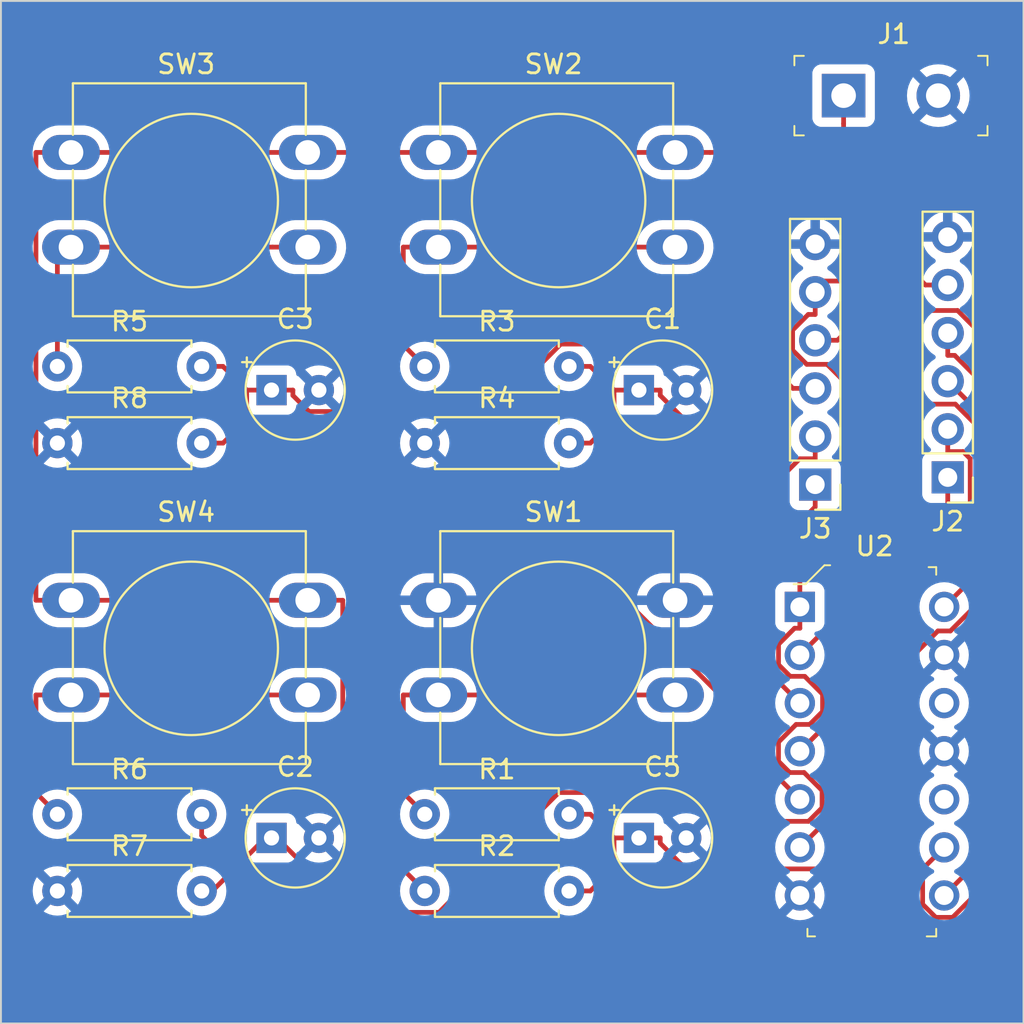
<source format=kicad_pcb>
(kicad_pcb (version 20221018) (generator pcbnew)
  (layers (0 "F.Cu" signal) (31 "B.Cu" power) (34 "B.Paste" user) (35 "F.Paste" user) (36 "B.SilkS" user "B.Silkscreen") (37 "F.SilkS" user "F.Silkscreen") (38 "B.Mask" user) (39 "F.Mask" user) (44 "Edge.Cuts" user))
  (net 0 "")
  (net 1 "GND")
  (net 2 "+5V")
  (net 3 "/SW1")
  (net 4 "/SW2")
  (net 5 "/SW3")
  (net 6 "/SW4")
  (net 9 "Net-(J2-Pin_3)")
  (net 10 "Net-(J2-Pin_1)")
  (net 11 "Net-(J2-Pin_4)")
  (net 12 "Net-(R1-Pad1)")
  (net 13 "Net-(R3-Pad1)")
  (net 14 "Net-(R5-Pad1)")
  (net 15 "Net-(R6-Pad1)")
  (net 16 "Net-(J2-Pin_2)")
  (footprint "Resistor_THT:R_Axial_DIN0207_L6.3mm_D2.5mm_P7.62mm_Horizontal" (layer "F.Cu") (at 73.38 92.95)
    (fp_text reference "R1" (at 3.81 -2.37) (layer "F.SilkS"))
    (fp_text value "10k")
    (fp_line (start 0.54 -1.37) (end 7.08 -1.37) (stroke (width 0.12)) (layer "F.SilkS"))
    (fp_line (start 0.54 -1.04) (end 0.54 -1.37) (stroke (width 0.12)) (layer "F.SilkS"))
    (fp_line (start 0.54 1.04) (end 0.54 1.37) (stroke (width 0.12)) (layer "F.SilkS"))
    (fp_line (start 0.54 1.37) (end 7.08 1.37) (stroke (width 0.12)) (layer "F.SilkS"))
    (fp_line (start 7.08 -1.37) (end 7.08 -1.04) (stroke (width 0.12)) (layer "F.SilkS"))
    (fp_line (start 7.08 1.37) (end 7.08 1.04) (stroke (width 0.12)) (layer "F.SilkS"))
    (pad "1" thru_hole circle (at 0 0) (size 1.6 1.6) (drill 0.8) (layers "*.Cu" "*.Mask") (net 12 "Net-(R1-Pad1)"))
    (pad "2" thru_hole oval (at 7.62 0) (size 1.6 1.6) (drill 0.8) (layers "*.Cu" "*.Mask") (net 6 "/SW4"))
  )
  (footprint "Connector_PinHeader_2.54mm:PinHeader_1x06_P2.54mm_Vertical" (layer "F.Cu") (at 101 75.16 180)
    (fp_text reference "J2" (at 0 -2.33) (layer "F.SilkS"))
    (fp_text value "Conn_01x06")
    (fp_line (start -1.33 -1.33) (end 0 -1.33) (stroke (width 0.12)) (layer "F.SilkS"))
    (fp_line (start -1.33 0) (end -1.33 -1.33) (stroke (width 0.12)) (layer "F.SilkS"))
    (fp_line (start -1.33 1.27) (end -1.33 14.03) (stroke (width 0.12)) (layer "F.SilkS"))
    (fp_line (start -1.33 1.27) (end 1.33 1.27) (stroke (width 0.12)) (layer "F.SilkS"))
    (fp_line (start -1.33 14.03) (end 1.33 14.03) (stroke (width 0.12)) (layer "F.SilkS"))
    (fp_line (start 1.33 1.27) (end 1.33 14.03) (stroke (width 0.12)) (layer "F.SilkS"))
    (pad "1" thru_hole rect (at 0 0 180) (size 1.7 1.7) (drill 1) (layers "*.Cu" "*.Mask") (net 10 "Net-(J2-Pin_1)"))
    (pad "2" thru_hole oval (at 0 2.54 180) (size 1.7 1.7) (drill 1) (layers "*.Cu" "*.Mask") (net 16 "Net-(J2-Pin_2)"))
    (pad "3" thru_hole oval (at 0 5.08 180) (size 1.7 1.7) (drill 1) (layers "*.Cu" "*.Mask") (net 9 "Net-(J2-Pin_3)"))
    (pad "4" thru_hole oval (at 0 7.62 180) (size 1.7 1.7) (drill 1) (layers "*.Cu" "*.Mask") (net 11 "Net-(J2-Pin_4)"))
    (pad "5" thru_hole oval (at 0 10.16 180) (size 1.7 1.7) (drill 1) (layers "*.Cu" "*.Mask") (net 2 "+5V"))
    (pad "6" thru_hole oval (at 0 12.7 180) (size 1.7 1.7) (drill 1) (layers "*.Cu" "*.Mask") (net 1 "GND"))
  )
  (footprint "Connector_PinHeader_2.54mm:PinHeader_1x06_P2.54mm_Vertical" (layer "F.Cu") (at 94 75.54 180)
    (fp_text reference "J3" (at 0 -2.33) (layer "F.SilkS"))
    (fp_text value "Conn_01x06" hide)
    (fp_line (start -1.33 -1.33) (end 0 -1.33) (stroke (width 0.12)) (layer "F.SilkS"))
    (fp_line (start -1.33 0) (end -1.33 -1.33) (stroke (width 0.12)) (layer "F.SilkS"))
    (fp_line (start -1.33 1.27) (end -1.33 14.03) (stroke (width 0.12)) (layer "F.SilkS"))
    (fp_line (start -1.33 1.27) (end 1.33 1.27) (stroke (width 0.12)) (layer "F.SilkS"))
    (fp_line (start -1.33 14.03) (end 1.33 14.03) (stroke (width 0.12)) (layer "F.SilkS"))
    (fp_line (start 1.33 1.27) (end 1.33 14.03) (stroke (width 0.12)) (layer "F.SilkS"))
    (pad "1" thru_hole rect (at 0 0 180) (size 1.7 1.7) (drill 1) (layers "*.Cu" "*.Mask") (net 3 "/SW1"))
    (pad "2" thru_hole oval (at 0 2.54 180) (size 1.7 1.7) (drill 1) (layers "*.Cu" "*.Mask") (net 4 "/SW2"))
    (pad "3" thru_hole oval (at 0 5.08 180) (size 1.7 1.7) (drill 1) (layers "*.Cu" "*.Mask") (net 5 "/SW3"))
    (pad "4" thru_hole oval (at 0 7.62 180) (size 1.7 1.7) (drill 1) (layers "*.Cu" "*.Mask") (net 6 "/SW4"))
    (pad "5" thru_hole oval (at 0 10.16 180) (size 1.7 1.7) (drill 1) (layers "*.Cu" "*.Mask") (net 2 "+5V"))
    (pad "6" thru_hole oval (at 0 12.7 180) (size 1.7 1.7) (drill 1) (layers "*.Cu" "*.Mask") (net 1 "GND"))
  )
  (footprint "Resistor_THT:R_Axial_DIN0207_L6.3mm_D2.5mm_P7.62mm_Horizontal" (layer "F.Cu") (at 73.38 97)
    (fp_text reference "R2" (at 3.81 -2.37) (layer "F.SilkS"))
    (fp_text value "100k")
    (fp_line (start 0.54 -1.37) (end 7.08 -1.37) (stroke (width 0.12)) (layer "F.SilkS"))
    (fp_line (start 0.54 -1.04) (end 0.54 -1.37) (stroke (width 0.12)) (layer "F.SilkS"))
    (fp_line (start 0.54 1.04) (end 0.54 1.37) (stroke (width 0.12)) (layer "F.SilkS"))
    (fp_line (start 0.54 1.37) (end 7.08 1.37) (stroke (width 0.12)) (layer "F.SilkS"))
    (fp_line (start 7.08 -1.37) (end 7.08 -1.04) (stroke (width 0.12)) (layer "F.SilkS"))
    (fp_line (start 7.08 1.37) (end 7.08 1.04) (stroke (width 0.12)) (layer "F.SilkS"))
    (pad "1" thru_hole circle (at 0 0) (size 1.6 1.6) (drill 0.8) (layers "*.Cu" "*.Mask") (net 2 "+5V"))
    (pad "2" thru_hole oval (at 7.62 0) (size 1.6 1.6) (drill 0.8) (layers "*.Cu" "*.Mask") (net 6 "/SW4"))
  )
  (footprint "Capacitor_THT:CP_Radial_Tantal_D5.0mm_P2.50mm" (layer "F.Cu") (at 65.2898 70.55)
    (fp_text reference "C3" (at 1.25 -3.75) (layer "F.SilkS"))
    (fp_text value "1uF")
    (fp_line (start -1.554775 -1.475) (end -1.054775 -1.475) (stroke (width 0.12)) (layer "F.SilkS"))
    (fp_line (start -1.304775 -1.725) (end -1.304775 -1.225) (stroke (width 0.12)) (layer "F.SilkS"))
    (fp_circle (center 1.25 0) (end 3.87 0) (stroke (width 0.12)) (fill none) (layer "F.SilkS"))
    (pad "1" thru_hole rect (at 0 0) (size 1.6 1.6) (drill 0.8) (layers "*.Cu" "*.Mask") (net 5 "/SW3"))
    (pad "2" thru_hole circle (at 2.5 0) (size 1.6 1.6) (drill 0.8) (layers "*.Cu" "*.Mask") (net 1 "GND"))
  )
  (footprint "Button_Switch_THT:SW_PUSH-12mm" (layer "F.Cu") (at 74.1 81.65)
    (fp_text reference "SW1" (at 6.08 -4.66) (layer "F.SilkS"))
    (fp_text value "SW_Push")
    (fp_line (start 0.1 -3.65) (end 12.4 -3.65) (stroke (width 0.12)) (layer "F.SilkS"))
    (fp_line (start 0.1 -0.93) (end 0.1 -3.65) (stroke (width 0.12)) (layer "F.SilkS"))
    (fp_line (start 0.1 4.07) (end 0.1 0.93) (stroke (width 0.12)) (layer "F.SilkS"))
    (fp_line (start 0.1 8.65) (end 0.1 5.93) (stroke (width 0.12)) (layer "F.SilkS"))
    (fp_line (start 12.4 -3.65) (end 12.4 -0.93) (stroke (width 0.12)) (layer "F.SilkS"))
    (fp_line (start 12.4 0.93) (end 12.4 4.07) (stroke (width 0.12)) (layer "F.SilkS"))
    (fp_line (start 12.4 5.93) (end 12.4 8.65) (stroke (width 0.12)) (layer "F.SilkS"))
    (fp_line (start 12.4 8.65) (end 0.1 8.65) (stroke (width 0.12)) (layer "F.SilkS"))
    (fp_circle (center 6.35 2.54) (end 10.16 5.08) (stroke (width 0.12)) (fill none) (layer "F.SilkS"))
    (pad "1" thru_hole oval (at 0 0) (size 3.048 1.85) (drill 1.3) (layers "*.Cu" "*.Mask") (net 1 "GND"))
    (pad "1" thru_hole oval (at 12.5 0) (size 3.048 1.85) (drill 1.3) (layers "*.Cu" "*.Mask") (net 1 "GND"))
    (pad "2" thru_hole oval (at 0 5) (size 3.048 1.85) (drill 1.3) (layers "*.Cu" "*.Mask") (net 12 "Net-(R1-Pad1)"))
    (pad "2" thru_hole oval (at 12.5 5) (size 3.048 1.85) (drill 1.3) (layers "*.Cu" "*.Mask") (net 12 "Net-(R1-Pad1)"))
  )
  (footprint "Resistor_THT:R_Axial_DIN0207_L6.3mm_D2.5mm_P7.62mm_Horizontal" (layer "F.Cu") (at 73.38 73.35)
    (fp_text reference "R4" (at 3.81 -2.37) (layer "F.SilkS"))
    (fp_text value "100k")
    (fp_line (start 0.54 -1.37) (end 7.08 -1.37) (stroke (width 0.12)) (layer "F.SilkS"))
    (fp_line (start 0.54 -1.04) (end 0.54 -1.37) (stroke (width 0.12)) (layer "F.SilkS"))
    (fp_line (start 0.54 1.04) (end 0.54 1.37) (stroke (width 0.12)) (layer "F.SilkS"))
    (fp_line (start 0.54 1.37) (end 7.08 1.37) (stroke (width 0.12)) (layer "F.SilkS"))
    (fp_line (start 7.08 -1.37) (end 7.08 -1.04) (stroke (width 0.12)) (layer "F.SilkS"))
    (fp_line (start 7.08 1.37) (end 7.08 1.04) (stroke (width 0.12)) (layer "F.SilkS"))
    (pad "1" thru_hole circle (at 0 0) (size 1.6 1.6) (drill 0.8) (layers "*.Cu" "*.Mask") (net 1 "GND"))
    (pad "2" thru_hole oval (at 7.62 0) (size 1.6 1.6) (drill 0.8) (layers "*.Cu" "*.Mask") (net 4 "/SW2"))
  )
  (footprint "Resistor_THT:R_Axial_DIN0207_L6.3mm_D2.5mm_P7.62mm_Horizontal" (layer "F.Cu") (at 53.98 92.95)
    (fp_text reference "R6" (at 3.81 -2.37) (layer "F.SilkS"))
    (fp_text value "10k")
    (fp_line (start 0.54 -1.37) (end 7.08 -1.37) (stroke (width 0.12)) (layer "F.SilkS"))
    (fp_line (start 0.54 -1.04) (end 0.54 -1.37) (stroke (width 0.12)) (layer "F.SilkS"))
    (fp_line (start 0.54 1.04) (end 0.54 1.37) (stroke (width 0.12)) (layer "F.SilkS"))
    (fp_line (start 0.54 1.37) (end 7.08 1.37) (stroke (width 0.12)) (layer "F.SilkS"))
    (fp_line (start 7.08 -1.37) (end 7.08 -1.04) (stroke (width 0.12)) (layer "F.SilkS"))
    (fp_line (start 7.08 1.37) (end 7.08 1.04) (stroke (width 0.12)) (layer "F.SilkS"))
    (pad "1" thru_hole circle (at 0 0) (size 1.6 1.6) (drill 0.8) (layers "*.Cu" "*.Mask") (net 15 "Net-(R6-Pad1)"))
    (pad "2" thru_hole oval (at 7.62 0) (size 1.6 1.6) (drill 0.8) (layers "*.Cu" "*.Mask") (net 3 "/SW1"))
  )
  (footprint "digikey-footprints:Terminal_Block_D1.3mm_P5mm" (layer "F.Cu") (at 95.5 55)
    (fp_text reference "J1" (at 2.65 -3.25) (layer "F.SilkS"))
    (fp_text value "1935161")
    (fp_line (start -2.6 -2.1) (end -2.6 -1.6) (stroke (width 0.1)) (layer "F.SilkS"))
    (fp_line (start -2.6 -2.1) (end -2.1 -2.1) (stroke (width 0.1)) (layer "F.SilkS"))
    (fp_line (start -2.6 2.1) (end -2.6 1.6) (stroke (width 0.1)) (layer "F.SilkS"))
    (fp_line (start -2.6 2.1) (end -2.1 2.1) (stroke (width 0.1)) (layer "F.SilkS"))
    (fp_line (start 7.6 -2.1) (end 7.1 -2.1) (stroke (width 0.1)) (layer "F.SilkS"))
    (fp_line (start 7.6 -2.1) (end 7.6 -1.6) (stroke (width 0.1)) (layer "F.SilkS"))
    (fp_line (start 7.6 2.1) (end 7.1 2.1) (stroke (width 0.1)) (layer "F.SilkS"))
    (fp_line (start 7.6 2.1) (end 7.6 1.6) (stroke (width 0.1)) (layer "F.SilkS"))
    (pad "1" thru_hole rect (at 0 0) (size 2.3 2.3) (drill 1.3) (layers "*.Cu" "*.Mask") (net 2 "+5V"))
    (pad "2" thru_hole circle (at 5 0) (size 2.3 2.3) (drill 1.3) (layers "*.Cu" "*.Mask") (net 1 "GND"))
  )
  (footprint "Button_Switch_THT:SW_PUSH-12mm" (layer "F.Cu") (at 74.1 58)
    (fp_text reference "SW2" (at 6.08 -4.66) (layer "F.SilkS"))
    (fp_text value "SW_Push")
    (fp_line (start 0.1 -3.65) (end 12.4 -3.65) (stroke (width 0.12)) (layer "F.SilkS"))
    (fp_line (start 0.1 -0.93) (end 0.1 -3.65) (stroke (width 0.12)) (layer "F.SilkS"))
    (fp_line (start 0.1 4.07) (end 0.1 0.93) (stroke (width 0.12)) (layer "F.SilkS"))
    (fp_line (start 0.1 8.65) (end 0.1 5.93) (stroke (width 0.12)) (layer "F.SilkS"))
    (fp_line (start 12.4 -3.65) (end 12.4 -0.93) (stroke (width 0.12)) (layer "F.SilkS"))
    (fp_line (start 12.4 0.93) (end 12.4 4.07) (stroke (width 0.12)) (layer "F.SilkS"))
    (fp_line (start 12.4 5.93) (end 12.4 8.65) (stroke (width 0.12)) (layer "F.SilkS"))
    (fp_line (start 12.4 8.65) (end 0.1 8.65) (stroke (width 0.12)) (layer "F.SilkS"))
    (fp_circle (center 6.35 2.54) (end 10.16 5.08) (stroke (width 0.12)) (fill none) (layer "F.SilkS"))
    (pad "1" thru_hole oval (at 0 0) (size 3.048 1.85) (drill 1.3) (layers "*.Cu" "*.Mask") (net 2 "+5V"))
    (pad "1" thru_hole oval (at 12.5 0) (size 3.048 1.85) (drill 1.3) (layers "*.Cu" "*.Mask") (net 2 "+5V"))
    (pad "2" thru_hole oval (at 0 5) (size 3.048 1.85) (drill 1.3) (layers "*.Cu" "*.Mask") (net 13 "Net-(R3-Pad1)"))
    (pad "2" thru_hole oval (at 12.5 5) (size 3.048 1.85) (drill 1.3) (layers "*.Cu" "*.Mask") (net 13 "Net-(R3-Pad1)"))
  )
  (footprint "Resistor_THT:R_Axial_DIN0207_L6.3mm_D2.5mm_P7.62mm_Horizontal" (layer "F.Cu") (at 53.98 69.3)
    (fp_text reference "R5" (at 3.81 -2.37) (layer "F.SilkS"))
    (fp_text value "10k")
    (fp_line (start 0.54 -1.37) (end 7.08 -1.37) (stroke (width 0.12)) (layer "F.SilkS"))
    (fp_line (start 0.54 -1.04) (end 0.54 -1.37) (stroke (width 0.12)) (layer "F.SilkS"))
    (fp_line (start 0.54 1.04) (end 0.54 1.37) (stroke (width 0.12)) (layer "F.SilkS"))
    (fp_line (start 0.54 1.37) (end 7.08 1.37) (stroke (width 0.12)) (layer "F.SilkS"))
    (fp_line (start 7.08 -1.37) (end 7.08 -1.04) (stroke (width 0.12)) (layer "F.SilkS"))
    (fp_line (start 7.08 1.37) (end 7.08 1.04) (stroke (width 0.12)) (layer "F.SilkS"))
    (pad "1" thru_hole circle (at 0 0) (size 1.6 1.6) (drill 0.8) (layers "*.Cu" "*.Mask") (net 14 "Net-(R5-Pad1)"))
    (pad "2" thru_hole oval (at 7.62 0) (size 1.6 1.6) (drill 0.8) (layers "*.Cu" "*.Mask") (net 5 "/SW3"))
  )
  (footprint "Resistor_THT:R_Axial_DIN0207_L6.3mm_D2.5mm_P7.62mm_Horizontal" (layer "F.Cu") (at 53.98 73.35)
    (fp_text reference "R8" (at 3.81 -2.37) (layer "F.SilkS"))
    (fp_text value "100k")
    (fp_line (start 0.54 -1.37) (end 7.08 -1.37) (stroke (width 0.12)) (layer "F.SilkS"))
    (fp_line (start 0.54 -1.04) (end 0.54 -1.37) (stroke (width 0.12)) (layer "F.SilkS"))
    (fp_line (start 0.54 1.04) (end 0.54 1.37) (stroke (width 0.12)) (layer "F.SilkS"))
    (fp_line (start 0.54 1.37) (end 7.08 1.37) (stroke (width 0.12)) (layer "F.SilkS"))
    (fp_line (start 7.08 -1.37) (end 7.08 -1.04) (stroke (width 0.12)) (layer "F.SilkS"))
    (fp_line (start 7.08 1.37) (end 7.08 1.04) (stroke (width 0.12)) (layer "F.SilkS"))
    (pad "1" thru_hole circle (at 0 0) (size 1.6 1.6) (drill 0.8) (layers "*.Cu" "*.Mask") (net 1 "GND"))
    (pad "2" thru_hole oval (at 7.62 0) (size 1.6 1.6) (drill 0.8) (layers "*.Cu" "*.Mask") (net 5 "/SW3"))
  )
  (footprint "Capacitor_THT:CP_Radial_Tantal_D5.0mm_P2.50mm" (layer "F.Cu") (at 84.6898 94.2)
    (fp_text reference "C5" (at 1.25 -3.75) (layer "F.SilkS"))
    (fp_text value "1uF")
    (fp_line (start -1.554775 -1.475) (end -1.054775 -1.475) (stroke (width 0.12)) (layer "F.SilkS"))
    (fp_line (start -1.304775 -1.725) (end -1.304775 -1.225) (stroke (width 0.12)) (layer "F.SilkS"))
    (fp_circle (center 1.25 0) (end 3.87 0) (stroke (width 0.12)) (fill none) (layer "F.SilkS"))
    (pad "1" thru_hole rect (at 0 0) (size 1.6 1.6) (drill 0.8) (layers "*.Cu" "*.Mask") (net 6 "/SW4"))
    (pad "2" thru_hole circle (at 2.5 0) (size 1.6 1.6) (drill 0.8) (layers "*.Cu" "*.Mask") (net 1 "GND"))
  )
  (footprint "Button_Switch_THT:SW_PUSH-12mm" (layer "F.Cu") (at 54.7 81.65)
    (fp_text reference "SW4" (at 6.08 -4.66) (layer "F.SilkS"))
    (fp_text value "SW_Push")
    (fp_line (start 0.1 -3.65) (end 12.4 -3.65) (stroke (width 0.12)) (layer "F.SilkS"))
    (fp_line (start 0.1 -0.93) (end 0.1 -3.65) (stroke (width 0.12)) (layer "F.SilkS"))
    (fp_line (start 0.1 4.07) (end 0.1 0.93) (stroke (width 0.12)) (layer "F.SilkS"))
    (fp_line (start 0.1 8.65) (end 0.1 5.93) (stroke (width 0.12)) (layer "F.SilkS"))
    (fp_line (start 12.4 -3.65) (end 12.4 -0.93) (stroke (width 0.12)) (layer "F.SilkS"))
    (fp_line (start 12.4 0.93) (end 12.4 4.07) (stroke (width 0.12)) (layer "F.SilkS"))
    (fp_line (start 12.4 5.93) (end 12.4 8.65) (stroke (width 0.12)) (layer "F.SilkS"))
    (fp_line (start 12.4 8.65) (end 0.1 8.65) (stroke (width 0.12)) (layer "F.SilkS"))
    (fp_circle (center 6.35 2.54) (end 10.16 5.08) (stroke (width 0.12)) (fill none) (layer "F.SilkS"))
    (pad "1" thru_hole oval (at 0 0) (size 3.048 1.85) (drill 1.3) (layers "*.Cu" "*.Mask") (net 2 "+5V"))
    (pad "1" thru_hole oval (at 12.5 0) (size 3.048 1.85) (drill 1.3) (layers "*.Cu" "*.Mask") (net 2 "+5V"))
    (pad "2" thru_hole oval (at 0 5) (size 3.048 1.85) (drill 1.3) (layers "*.Cu" "*.Mask") (net 15 "Net-(R6-Pad1)"))
    (pad "2" thru_hole oval (at 12.5 5) (size 3.048 1.85) (drill 1.3) (layers "*.Cu" "*.Mask") (net 15 "Net-(R6-Pad1)"))
  )
  (footprint "Button_Switch_THT:SW_PUSH-12mm" (layer "F.Cu") (at 54.7 58)
    (fp_text reference "SW3" (at 6.08 -4.66) (layer "F.SilkS"))
    (fp_text value "SW_Push")
    (fp_line (start 0.1 -3.65) (end 12.4 -3.65) (stroke (width 0.12)) (layer "F.SilkS"))
    (fp_line (start 0.1 -0.93) (end 0.1 -3.65) (stroke (width 0.12)) (layer "F.SilkS"))
    (fp_line (start 0.1 4.07) (end 0.1 0.93) (stroke (width 0.12)) (layer "F.SilkS"))
    (fp_line (start 0.1 8.65) (end 0.1 5.93) (stroke (width 0.12)) (layer "F.SilkS"))
    (fp_line (start 12.4 -3.65) (end 12.4 -0.93) (stroke (width 0.12)) (layer "F.SilkS"))
    (fp_line (start 12.4 0.93) (end 12.4 4.07) (stroke (width 0.12)) (layer "F.SilkS"))
    (fp_line (start 12.4 5.93) (end 12.4 8.65) (stroke (width 0.12)) (layer "F.SilkS"))
    (fp_line (start 12.4 8.65) (end 0.1 8.65) (stroke (width 0.12)) (layer "F.SilkS"))
    (fp_circle (center 6.35 2.54) (end 10.16 5.08) (stroke (width 0.12)) (fill none) (layer "F.SilkS"))
    (pad "1" thru_hole oval (at 0 0) (size 3.048 1.85) (drill 1.3) (layers "*.Cu" "*.Mask") (net 2 "+5V"))
    (pad "1" thru_hole oval (at 12.5 0) (size 3.048 1.85) (drill 1.3) (layers "*.Cu" "*.Mask") (net 2 "+5V"))
    (pad "2" thru_hole oval (at 0 5) (size 3.048 1.85) (drill 1.3) (layers "*.Cu" "*.Mask") (net 14 "Net-(R5-Pad1)"))
    (pad "2" thru_hole oval (at 12.5 5) (size 3.048 1.85) (drill 1.3) (layers "*.Cu" "*.Mask") (net 14 "Net-(R5-Pad1)"))
  )
  (footprint "digikey-footprints:DIP-14_W3mm" (layer "F.Cu") (at 93.19 82)
    (fp_text reference "U2" (at 3.94 -3.2) (layer "F.SilkS"))
    (fp_text value "SN74HC14N")
    (fp_line (start -0.08 -1.2) (end -0.33 -1.2) (stroke (width 0.1)) (layer "F.SilkS"))
    (fp_line (start 0.3 -1.2) (end -0.07 -1.2) (stroke (width 0.1)) (layer "F.SilkS"))
    (fp_line (start 0.4 17) (end 0.4 17.4) (stroke (width 0.1)) (layer "F.SilkS"))
    (fp_line (start 0.4 17.4) (end 0.8 17.4) (stroke (width 0.1)) (layer "F.SilkS"))
    (fp_line (start 1.3 -2.2) (end 0.3 -1.2) (stroke (width 0.1)) (layer "F.SilkS"))
    (fp_line (start 1.6 -2.2) (end 1.3 -2.2) (stroke (width 0.1)) (layer "F.SilkS"))
    (fp_line (start 6.7 17.4) (end 7.2 17.4) (stroke (width 0.1)) (layer "F.SilkS"))
    (fp_line (start 7.2 -2.1) (end 6.8 -2.1) (stroke (width 0.1)) (layer "F.SilkS"))
    (fp_line (start 7.2 -1.7) (end 7.2 -2.1) (stroke (width 0.1)) (layer "F.SilkS"))
    (fp_line (start 7.2 17.4) (end 7.2 17) (stroke (width 0.1)) (layer "F.SilkS"))
    (pad "1" thru_hole rect (at 0 0) (size 1.6 1.6) (drill 1) (layers "*.Cu" "*.Mask") (net 3 "/SW1"))
    (pad "2" thru_hole circle (at 0 2.54) (size 1.6 1.6) (drill 1) (layers "*.Cu" "*.Mask") (net 10 "Net-(J2-Pin_1)"))
    (pad "3" thru_hole circle (at 0 5.08) (size 1.6 1.6) (drill 1) (layers "*.Cu" "*.Mask") (net 4 "/SW2"))
    (pad "4" thru_hole circle (at 0 7.62) (size 1.6 1.6) (drill 1) (layers "*.Cu" "*.Mask") (net 16 "Net-(J2-Pin_2)"))
    (pad "5" thru_hole circle (at 0 10.16) (size 1.6 1.6) (drill 1) (layers "*.Cu" "*.Mask") (net 5 "/SW3"))
    (pad "6" thru_hole circle (at 0 12.7) (size 1.6 1.6) (drill 1) (layers "*.Cu" "*.Mask") (net 9 "Net-(J2-Pin_3)"))
    (pad "7" thru_hole circle (at 0 15.24) (size 1.6 1.6) (drill 1) (layers "*.Cu" "*.Mask") (net 1 "GND"))
    (pad "8" thru_hole circle (at 7.62 15.24) (size 1.6 1.6) (drill 1) (layers "*.Cu" "*.Mask") (net 11 "Net-(J2-Pin_4)"))
    (pad "9" thru_hole circle (at 7.62 12.7) (size 1.6 1.6) (drill 1) (layers "*.Cu" "*.Mask") (net 6 "/SW4"))
    (pad "10" thru_hole circle (at 7.62 10.16) (size 1.6 1.6) (drill 1) (layers "*.Cu" "*.Mask"))
    (pad "11" thru_hole circle (at 7.62 7.62) (size 1.6 1.6) (drill 1) (layers "*.Cu" "*.Mask") (net 1 "GND"))
    (pad "12" thru_hole circle (at 7.62 5.08) (size 1.6 1.6) (drill 1) (layers "*.Cu" "*.Mask"))
    (pad "13" thru_hole circle (at 7.62 2.54) (size 1.6 1.6) (drill 1) (layers "*.Cu" "*.Mask") (net 1 "GND"))
    (pad "14" thru_hole circle (at 7.62 0) (size 1.6 1.6) (drill 1) (layers "*.Cu" "*.Mask") (net 2 "+5V"))
  )
  (footprint "Capacitor_THT:CP_Radial_Tantal_D5.0mm_P2.50mm" (layer "F.Cu") (at 84.6898 70.55)
    (fp_text reference "C1" (at 1.25 -3.75) (layer "F.SilkS"))
    (fp_text value "1uF")
    (fp_line (start -1.554775 -1.475) (end -1.054775 -1.475) (stroke (width 0.12)) (layer "F.SilkS"))
    (fp_line (start -1.304775 -1.725) (end -1.304775 -1.225) (stroke (width 0.12)) (layer "F.SilkS"))
    (fp_circle (center 1.25 0) (end 3.87 0) (stroke (width 0.12)) (fill none) (layer "F.SilkS"))
    (pad "1" thru_hole rect (at 0 0) (size 1.6 1.6) (drill 0.8) (layers "*.Cu" "*.Mask") (net 4 "/SW2"))
    (pad "2" thru_hole circle (at 2.5 0) (size 1.6 1.6) (drill 0.8) (layers "*.Cu" "*.Mask") (net 1 "GND"))
  )
  (footprint "Resistor_THT:R_Axial_DIN0207_L6.3mm_D2.5mm_P7.62mm_Horizontal" (layer "F.Cu") (at 53.98 97)
    (fp_text reference "R7" (at 3.81 -2.37) (layer "F.SilkS"))
    (fp_text value "100k")
    (fp_line (start 0.54 -1.37) (end 7.08 -1.37) (stroke (width 0.12)) (layer "F.SilkS"))
    (fp_line (start 0.54 -1.04) (end 0.54 -1.37) (stroke (width 0.12)) (layer "F.SilkS"))
    (fp_line (start 0.54 1.04) (end 0.54 1.37) (stroke (width 0.12)) (layer "F.SilkS"))
    (fp_line (start 0.54 1.37) (end 7.08 1.37) (stroke (width 0.12)) (layer "F.SilkS"))
    (fp_line (start 7.08 -1.37) (end 7.08 -1.04) (stroke (width 0.12)) (layer "F.SilkS"))
    (fp_line (start 7.08 1.37) (end 7.08 1.04) (stroke (width 0.12)) (layer "F.SilkS"))
    (pad "1" thru_hole circle (at 0 0) (size 1.6 1.6) (drill 0.8) (layers "*.Cu" "*.Mask") (net 1 "GND"))
    (pad "2" thru_hole oval (at 7.62 0) (size 1.6 1.6) (drill 0.8) (layers "*.Cu" "*.Mask") (net 3 "/SW1"))
  )
  (footprint "Capacitor_THT:CP_Radial_Tantal_D5.0mm_P2.50mm" (layer "F.Cu") (at 65.2898 94.2)
    (fp_text reference "C2" (at 1.25 -3.75) (layer "F.SilkS"))
    (fp_text value "1uF")
    (fp_line (start -1.554775 -1.475) (end -1.054775 -1.475) (stroke (width 0.12)) (layer "F.SilkS"))
    (fp_line (start -1.304775 -1.725) (end -1.304775 -1.225) (stroke (width 0.12)) (layer "F.SilkS"))
    (fp_circle (center 1.25 0) (end 3.87 0) (stroke (width 0.12)) (fill none) (layer "F.SilkS"))
    (pad "1" thru_hole rect (at 0 0) (size 1.6 1.6) (drill 0.8) (layers "*.Cu" "*.Mask") (net 3 "/SW1"))
    (pad "2" thru_hole circle (at 2.5 0) (size 1.6 1.6) (drill 0.8) (layers "*.Cu" "*.Mask") (net 1 "GND"))
  )
  (footprint "Resistor_THT:R_Axial_DIN0207_L6.3mm_D2.5mm_P7.62mm_Horizontal" (layer "F.Cu") (at 73.38 69.3)
    (fp_text reference "R3" (at 3.81 -2.37) (layer "F.SilkS"))
    (fp_text value "10k")
    (fp_line (start 0.54 -1.37) (end 7.08 -1.37) (stroke (width 0.12)) (layer "F.SilkS"))
    (fp_line (start 0.54 -1.04) (end 0.54 -1.37) (stroke (width 0.12)) (layer "F.SilkS"))
    (fp_line (start 0.54 1.04) (end 0.54 1.37) (stroke (width 0.12)) (layer "F.SilkS"))
    (fp_line (start 0.54 1.37) (end 7.08 1.37) (stroke (width 0.12)) (layer "F.SilkS"))
    (fp_line (start 7.08 -1.37) (end 7.08 -1.04) (stroke (width 0.12)) (layer "F.SilkS"))
    (fp_line (start 7.08 1.37) (end 7.08 1.04) (stroke (width 0.12)) (layer "F.SilkS"))
    (pad "1" thru_hole circle (at 0 0) (size 1.6 1.6) (drill 0.8) (layers "*.Cu" "*.Mask") (net 13 "Net-(R3-Pad1)"))
    (pad "2" thru_hole oval (at 7.62 0) (size 1.6 1.6) (drill 0.8) (layers "*.Cu" "*.Mask") (net 4 "/SW2"))
  )
  (gr_rect (start 51 50) (end 105 104) (stroke (width 0.1)) (fill none) (layer "Edge.Cuts"))
  (segment (start 86.6 58) (end 88.4509 58) (width 0.25) (layer "F.Cu") (net 2))
  (segment (start 102.638 72.529) (end 102.638 80.172) (width 0.25) (layer "F.Cu") (net 2))
  (segment (start 54.7 81.65) (end 52.8491 81.65) (width 0.25) (layer "F.Cu") (net 2))
  (segment (start 94 66.5569) (end 93.6342 66.5569) (width 0.25) (layer "F.Cu") (net 2))
  (segment (start 94.6302 69.19) (end 96.7321 71.2919) (width 0.25) (layer "F.Cu") (net 2))
  (segment (start 99.6146 64.7915) (end 99.8231 65) (width 0.25) (layer "F.Cu") (net 2))
  (segment (start 95.5 55) (end 95.5 56.4769) (width 0.25) (layer "F.Cu") (net 2))
  (segment (start 74.1 58) (end 67.2 58) (width 0.25) (layer "F.Cu") (net 2))
  (segment (start 95.5 58) (end 95.5 56.4769) (width 0.25) (layer "F.Cu") (net 2))
  (segment (start 67.2 58) (end 54.7 58) (width 0.25) (layer "F.Cu") (net 2))
  (segment (start 86.6 58) (end 74.1 58) (width 0.25) (layer "F.Cu") (net 2))
  (segment (start 94 65.38) (end 94 64.7915) (width 0.25) (layer "F.Cu") (net 2))
  (segment (start 96.7321 71.2919) (end 101.4009 71.2919) (width 0.25) (layer "F.Cu") (net 2))
  (segment (start 93.5529 69.19) (end 94.6302 69.19) (width 0.25) (layer "F.Cu") (net 2))
  (segment (start 94 64.7915) (end 95.5 64.7915) (width 0.25) (layer "F.Cu") (net 2))
  (segment (start 95.5 64.7915) (end 99.6146 64.7915) (width 0.25) (layer "F.Cu") (net 2))
  (segment (start 69.0509 92.6709) (end 73.38 97) (width 0.25) (layer "F.Cu") (net 2))
  (segment (start 101.4009 71.2919) (end 102.638 72.529) (width 0.25) (layer "F.Cu") (net 2))
  (segment (start 92.8074 67.3837) (end 92.8074 68.4445) (width 0.25) (layer "F.Cu") (net 2))
  (segment (start 92.8074 68.4445) (end 93.5529 69.19) (width 0.25) (layer "F.Cu") (net 2))
  (segment (start 95.5 58) (end 88.4509 58) (width 0.25) (layer "F.Cu") (net 2))
  (segment (start 101 65) (end 99.8231 65) (width 0.25) (layer "F.Cu") (net 2))
  (segment (start 67.2 81.65) (end 69.0509 81.65) (width 0.25) (layer "F.Cu") (net 2))
  (segment (start 54.7 81.65) (end 67.2 81.65) (width 0.25) (layer "F.Cu") (net 2))
  (segment (start 94 65.38) (end 94 66.5569) (width 0.25) (layer "F.Cu") (net 2))
  (segment (start 93.6342 66.5569) (end 92.8074 67.3837) (width 0.25) (layer "F.Cu") (net 2))
  (segment (start 54.7 58) (end 52.8491 58) (width 0.25) (layer "F.Cu") (net 2))
  (segment (start 69.0509 81.65) (end 69.0509 92.6709) (width 0.25) (layer "F.Cu") (net 2))
  (segment (start 95.5 64.7915) (end 95.5 58) (width 0.25) (layer "F.Cu") (net 2))
  (segment (start 102.638 80.172) (end 100.81 82) (width 0.25) (layer "F.Cu") (net 2))
  (segment (start 52.8491 58) (end 52.8491 81.65) (width 0.25) (layer "F.Cu") (net 2))
  (segment (start 92.0631 83.9741) (end 92.9103 83.1269) (width 0.25) (layer "F.Cu") (net 3))
  (segment (start 92.0631 85.0509) (end 92.0631 83.9741) (width 0.25) (layer "F.Cu") (net 3))
  (segment (start 80.4613 91.8028) (end 90.293 91.8028) (width 0.25) (layer "F.Cu") (net 3))
  (segment (start 94.3627 91.6956) (end 93.414 90.7469) (width 0.25) (layer "F.Cu") (net 3))
  (segment (start 94.3627 92.608) (end 94.3627 91.6956) (width 0.25) (layer "F.Cu") (net 3))
  (segment (start 94.3892 86.6099) (end 93.4462 85.6669) (width 0.25) (layer "F.Cu") (net 3))
  (segment (start 90.293 91.8028) (end 91.8145 93.3243) (width 0.25) (layer "F.Cu") (net 3))
  (segment (start 91.8145 93.3243) (end 93.6464 93.3243) (width 0.25) (layer "F.Cu") (net 3))
  (segment (start 93.19 77.5269) (end 94 76.7169) (width 0.25) (layer "F.Cu") (net 3))
  (segment (start 94 75.54) (end 94 76.7169) (width 0.25) (layer "F.Cu") (net 3))
  (segment (start 93.4462 85.6669) (end 92.6791 85.6669) (width 0.25) (layer "F.Cu") (net 3))
  (segment (start 63.3433 95.8202) (end 61.6 94.0769) (width 0.25) (layer "F.Cu") (net 3))
  (segment (start 93.19 82) (end 93.19 81.4365) (width 0.25) (layer "F.Cu") (net 3))
  (segment (start 62.1635 97) (end 63.3433 95.8202) (width 0.25) (layer "F.Cu") (net 3))
  (segment (start 93.7083 88.2069) (end 94.3892 87.526) (width 0.25) (layer "F.Cu") (net 3))
  (segment (start 93.19 82) (end 93.19 83.1269) (width 0.25) (layer "F.Cu") (net 3))
  (segment (start 93.6464 93.3243) (end 94.3627 92.608) (width 0.25) (layer "F.Cu") (net 3))
  (segment (start 61.6 97) (end 62.1635 97) (width 0.25) (layer "F.Cu") (net 3))
  (segment (start 92.9103 83.1269) (end 93.19 83.1269) (width 0.25) (layer "F.Cu") (net 3))
  (segment (start 65.2453 93.9182) (end 65.2898 93.9182) (width 0.25) (layer "F.Cu") (net 3))
  (segment (start 61.6 92.95) (end 61.6 94.0769) (width 0.25) (layer "F.Cu") (net 3))
  (segment (start 92.062 90.1544) (end 92.062 89.1377) (width 0.25) (layer "F.Cu") (net 3))
  (segment (start 92.6791 85.6669) (end 92.0631 85.0509) (width 0.25) (layer "F.Cu") (net 3))
  (segment (start 63.3433 95.8202) (end 65.2453 93.9182) (width 0.25) (layer "F.Cu") (net 3))
  (segment (start 74.1323 98.1318) (end 80.4613 91.8028) (width 0.25) (layer "F.Cu") (net 3))
  (segment (start 65.2898 94.2) (end 65.2898 93.9182) (width 0.25) (layer "F.Cu") (net 3))
  (segment (start 94.3892 87.526) (end 94.3892 86.6099) (width 0.25) (layer "F.Cu") (net 3))
  (segment (start 65.2898 93.9182) (end 69.5034 98.1318) (width 0.25) (layer "F.Cu") (net 3))
  (segment (start 92.9928 88.2069) (end 93.7083 88.2069) (width 0.25) (layer "F.Cu") (net 3))
  (segment (start 69.5034 98.1318) (end 74.1323 98.1318) (width 0.25) (layer "F.Cu") (net 3))
  (segment (start 93.414 90.7469) (end 92.6545 90.7469) (width 0.25) (layer "F.Cu") (net 3))
  (segment (start 92.6545 90.7469) (end 92.062 90.1544) (width 0.25) (layer "F.Cu") (net 3))
  (segment (start 93.19 81.4365) (end 93.19 77.5269) (width 0.25) (layer "F.Cu") (net 3))
  (segment (start 92.062 89.1377) (end 92.9928 88.2069) (width 0.25) (layer "F.Cu") (net 3))
  (segment (start 83.3769 72.1) (end 82.1269 73.35) (width 0.25) (layer "F.Cu") (net 4))
  (segment (start 84.6898 70.55) (end 83.3769 70.55) (width 0.25) (layer "F.Cu") (net 4))
  (segment (start 85.8167 70.8317) (end 85.8167 70.55) (width 0.25) (layer "F.Cu") (net 4))
  (segment (start 81 69.3) (end 82.1269 69.3) (width 0.25) (layer "F.Cu") (net 4))
  (segment (start 93.1838 74.1769) (end 94 74.1769) (width 0.25) (layer "F.Cu") (net 4))
  (segment (start 83.3769 70.55) (end 83.3769 72.1) (width 0.25) (layer "F.Cu") (net 4))
  (segment (start 91.5678 75.7929) (end 93.1838 74.1769) (width 0.25) (layer "F.Cu") (net 4))
  (segment (start 91.5678 85.4578) (end 91.5678 75.7929) (width 0.25) (layer "F.Cu") (net 4))
  (segment (start 91.5678 75.7929) (end 90.7779 75.7929) (width 0.25) (layer "F.Cu") (net 4))
  (segment (start 93.19 87.08) (end 91.5678 85.4578) (width 0.25) (layer "F.Cu") (net 4))
  (segment (start 84.6898 70.55) (end 85.8167 70.55) (width 0.25) (layer "F.Cu") (net 4))
  (segment (start 90.7779 75.7929) (end 85.8167 70.8317) (width 0.25) (layer "F.Cu") (net 4))
  (segment (start 94 73) (end 94 74.1769) (width 0.25) (layer "F.Cu") (net 4))
  (segment (start 83.3769 70.55) (end 82.1269 69.3) (width 0.25) (layer "F.Cu") (net 4))
  (segment (start 81 73.35) (end 82.1269 73.35) (width 0.25) (layer "F.Cu") (net 4))
  (segment (start 63.9769 70.55) (end 62.7269 69.3) (width 0.25) (layer "F.Cu") (net 5))
  (segment (start 91.1159 88.7944) (end 77.0031 74.6816) (width 0.25) (layer "F.Cu") (net 5))
  (segment (start 63.9769 72.1) (end 62.7269 73.35) (width 0.25) (layer "F.Cu") (net 5))
  (segment (start 77.0031 71.6805) (end 67.2656 71.6805) (width 0.25) (layer "F.Cu") (net 5))
  (segment (start 94 70.46) (end 92.8231 70.46) (width 0.25) (layer "F.Cu") (net 5))
  (segment (start 80.5645 68.1191) (end 90.4822 68.1191) (width 0.25) (layer "F.Cu") (net 5))
  (segment (start 67.2656 71.6805) (end 66.4167 70.8316) (width 0.25) (layer "F.Cu") (net 5))
  (segment (start 66.4167 70.8316) (end 66.4167 70.55) (width 0.25) (layer "F.Cu") (net 5))
  (segment (start 77.0031 74.6816) (end 77.0031 71.6805) (width 0.25) (layer "F.Cu") (net 5))
  (segment (start 65.2898 70.55) (end 66.4167 70.55) (width 0.25) (layer "F.Cu") (net 5))
  (segment (start 90.4822 68.1191) (end 92.8231 70.46) (width 0.25) (layer "F.Cu") (net 5))
  (segment (start 61.6 69.3) (end 62.7269 69.3) (width 0.25) (layer "F.Cu") (net 5))
  (segment (start 63.9769 70.55) (end 63.9769 72.1) (width 0.25) (layer "F.Cu") (net 5))
  (segment (start 93.19 92.16) (end 91.1159 90.0859) (width 0.25) (layer "F.Cu") (net 5))
  (segment (start 61.6 73.35) (end 62.7269 73.35) (width 0.25) (layer "F.Cu") (net 5))
  (segment (start 77.0031 71.6805) (end 80.5645 68.1191) (width 0.25) (layer "F.Cu") (net 5))
  (segment (start 91.1159 90.0859) (end 91.1159 88.7944) (width 0.25) (layer "F.Cu") (net 5))
  (segment (start 65.2898 70.55) (end 63.9769 70.55) (width 0.25) (layer "F.Cu") (net 5))
  (segment (start 95.1769 67.92) (end 96.7503 66.3466) (width 0.25) (layer "F.Cu") (net 6))
  (segment (start 85.8167 94.4817) (end 85.8167 94.2) (width 0.25) (layer "F.Cu") (net 6))
  (segment (start 87.1715 95.8365) (end 85.8167 94.4817) (width 0.25) (layer "F.Cu") (net 6))
  (segment (start 104.0394 68.8676) (end 104.0394 95.6143) (width 0.25) (layer "F.Cu") (net 6))
  (segment (start 96.7503 66.3466) (end 101.5184 66.3466) (width 0.25) (layer "F.Cu") (net 6))
  (segment (start 81 97) (end 82.1269 97) (width 0.25) (layer "F.Cu") (net 6))
  (segment (start 101.5184 66.3466) (end 104.0394 68.8676) (width 0.25) (layer "F.Cu") (net 6))
  (segment (start 84.6898 94.2) (end 85.8167 94.2) (width 0.25) (layer "F.Cu") (net 6))
  (segment (start 100.81 94.7) (end 99.6735 95.8365) (width 0.25) (layer "F.Cu") (net 6))
  (segment (start 81 92.95) (end 82.1269 92.95) (width 0.25) (layer "F.Cu") (net 6))
  (segment (start 83.3769 94.2) (end 83.3769 95.75) (width 0.25) (layer "F.Cu") (net 6))
  (segment (start 104.0394 95.6143) (end 101.2577 98.396) (width 0.25) (layer "F.Cu") (net 6))
  (segment (start 99.6735 95.8365) (end 87.1715 95.8365) (width 0.25) (layer "F.Cu") (net 6))
  (segment (start 99.6735 97.703) (end 99.6735 95.8365) (width 0.25) (layer "F.Cu") (net 6))
  (segment (start 84.6898 94.2) (end 83.3769 94.2) (width 0.25) (layer "F.Cu") (net 6))
  (segment (start 83.3769 95.75) (end 82.1269 97) (width 0.25) (layer "F.Cu") (net 6))
  (segment (start 100.3665 98.396) (end 99.6735 97.703) (width 0.25) (layer "F.Cu") (net 6))
  (segment (start 83.3769 94.2) (end 82.1269 92.95) (width 0.25) (layer "F.Cu") (net 6))
  (segment (start 94 67.92) (end 95.1769 67.92) (width 0.25) (layer "F.Cu") (net 6))
  (segment (start 101.2577 98.396) (end 100.3665 98.396) (width 0.25) (layer "F.Cu") (net 6))
  (segment (start 98.8632 89.0268) (end 98.8632 84.8881) (width 0.25) (layer "F.Cu") (net 9))
  (segment (start 100.4813 83.27) (end 101.1406 83.27) (width 0.25) (layer "F.Cu") (net 9))
  (segment (start 103.0931 72.1731) (end 101 70.08) (width 0.25) (layer "F.Cu") (net 9))
  (segment (start 93.19 94.7) (end 98.8632 89.0268) (width 0.25) (layer "F.Cu") (net 9))
  (segment (start 103.0931 81.3175) (end 103.0931 72.1731) (width 0.25) (layer "F.Cu") (net 9))
  (segment (start 101.1406 83.27) (end 103.0931 81.3175) (width 0.25) (layer "F.Cu") (net 9))
  (segment (start 98.8632 84.8881) (end 100.4813 83.27) (width 0.25) (layer "F.Cu") (net 9))
  (segment (start 93.19 84.54) (end 101 76.73) (width 0.25) (layer "F.Cu") (net 10))
  (segment (start 101 76.73) (end 101 75.16) (width 0.25) (layer "F.Cu") (net 10))
  (segment (start 101 67.54) (end 101 68.7169) (width 0.25) (layer "F.Cu") (net 11))
  (segment (start 103.5482 70.8993) (end 101.3658 68.7169) (width 0.25) (layer "F.Cu") (net 11))
  (segment (start 103.5482 94.5018) (end 103.5482 70.8993) (width 0.25) (layer "F.Cu") (net 11))
  (segment (start 101.3658 68.7169) (end 101 68.7169) (width 0.25) (layer "F.Cu") (net 11))
  (segment (start 100.81 97.24) (end 103.5482 94.5018) (width 0.25) (layer "F.Cu") (net 11))
  (segment (start 72.2491 91.8191) (end 72.2491 86.65) (width 0.25) (layer "F.Cu") (net 12))
  (segment (start 86.6 86.65) (end 74.1 86.65) (width 0.25) (layer "F.Cu") (net 12))
  (segment (start 74.1 86.65) (end 72.2491 86.65) (width 0.25) (layer "F.Cu") (net 12))
  (segment (start 73.38 92.95) (end 72.2491 91.8191) (width 0.25) (layer "F.Cu") (net 12))
  (segment (start 74.1 63) (end 72.2491 63) (width 0.25) (layer "F.Cu") (net 13))
  (segment (start 72.2491 68.1691) (end 72.2491 63) (width 0.25) (layer "F.Cu") (net 13))
  (segment (start 86.6 63) (end 74.1 63) (width 0.25) (layer "F.Cu") (net 13))
  (segment (start 73.38 69.3) (end 72.2491 68.1691) (width 0.25) (layer "F.Cu") (net 13))
  (segment (start 53.98 63.72) (end 54.7 63) (width 0.25) (layer "F.Cu") (net 14))
  (segment (start 53.98 69.3) (end 53.98 63.72) (width 0.25) (layer "F.Cu") (net 14))
  (segment (start 67.2 63) (end 65.3491 63) (width 0.25) (layer "F.Cu") (net 14))
  (segment (start 54.7 63) (end 65.3491 63) (width 0.25) (layer "F.Cu") (net 14))
  (segment (start 52.8491 91.8191) (end 52.8491 86.65) (width 0.25) (layer "F.Cu") (net 15))
  (segment (start 54.7 86.65) (end 52.8491 86.65) (width 0.25) (layer "F.Cu") (net 15))
  (segment (start 67.2 86.65) (end 54.7 86.65) (width 0.25) (layer "F.Cu") (net 15))
  (segment (start 53.98 92.95) (end 52.8491 91.8191) (width 0.25) (layer "F.Cu") (net 15))
  (segment (start 101.8091 73.7969) (end 102.1861 74.1739) (width 0.25) (layer "F.Cu") (net 16))
  (segment (start 102.1861 76.6422) (end 95.0595 83.7688) (width 0.25) (layer "F.Cu") (net 16))
  (segment (start 102.1861 74.1739) (end 102.1861 76.6422) (width 0.25) (layer "F.Cu") (net 16))
  (segment (start 95.0595 83.7688) (end 95.0595 87.7505) (width 0.25) (layer "F.Cu") (net 16))
  (segment (start 101 72.62) (end 101 73.7969) (width 0.25) (layer "F.Cu") (net 16))
  (segment (start 95.0595 87.7505) (end 93.19 89.62) (width 0.25) (layer "F.Cu") (net 16))
  (segment (start 101 73.7969) (end 101.8091 73.7969) (width 0.25) (layer "F.Cu") (net 16))
  (zone (net 1) (net_name "GND") (layer "B.Cu") (connect_pads (clearance 0.5)) (min_thickness 0.25) (fill yes (thermal_gap 0.5) (thermal_bridge_width 0.5))
    (polygon (pts (xy 51 50) (xy 105 50) (xy 105 104) (xy 51 104)))
  )
)
</source>
